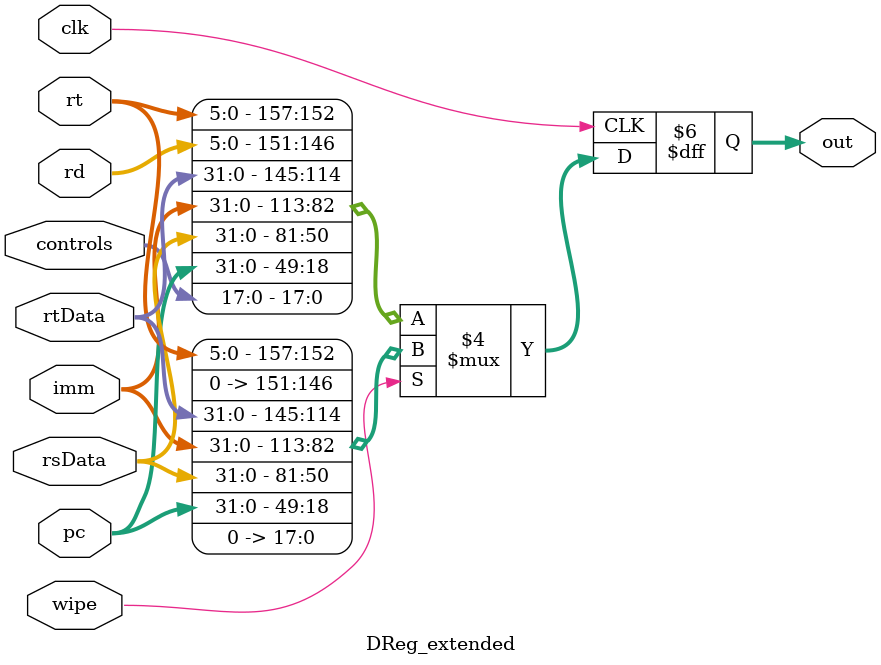
<source format=v>
module DReg_extended(
	input [17:0]controls,
	input [31:0]pc,
	input [31:0]rsData,
	input [31:0]rtData,	
	input [31:0]imm,
	input [5:0]rt,
	input [5:0]rd,
	input clk,
	input wipe,
	output reg [157:0]out);

	always @(negedge clk) begin
		if(wipe==1) begin
			out<={rt, 6'b000000, rtData, imm, rsData, pc, 18'd0};//add $0, $0, $0
		end
		else begin
			out<={rt, rd, rtData, imm, rsData, pc, controls};
		end	
	end

endmodule
</source>
